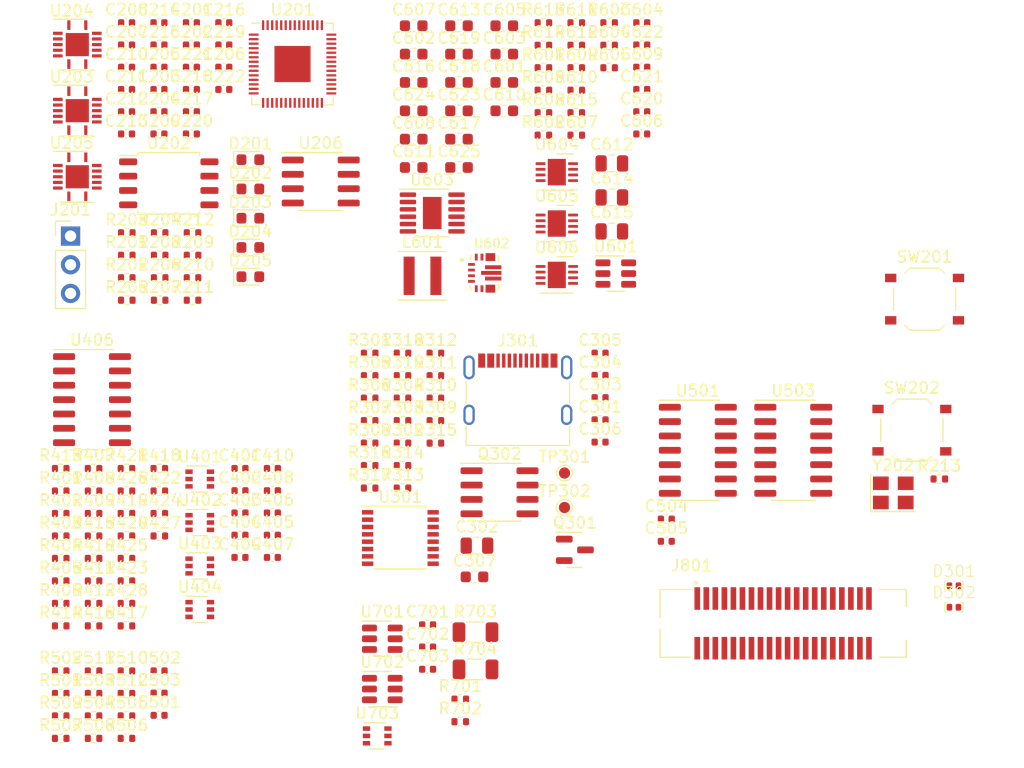
<source format=kicad_pcb>
(kicad_pcb (version 20231212) (generator "pcbnew") (generator_version "7.99")
  (layers (0 "F.Cu" signal) (31 "B.Cu" signal) (34 "B.Paste" user) (35 "F.Paste" user) (36 "B.SilkS" user "B.Silkscreen") (37 "F.SilkS" user "F.Silkscreen") (38 "B.Mask" user) (39 "F.Mask" user) (44 "Edge.Cuts" user))
  (net 0 "")
  (net 1 "/usb/USB_VREF")
  (net 2 "GND")
  (net 3 "Net-(U201-XIN)")
  (net 4 "Net-(U201-XOUT)")
  (net 5 "Net-(J301-SHIELD)")
  (net 6 "+3.3VP")
  (net 7 "/usb/VBUS_EN")
  (net 8 "Net-(D301-A2)")
  (net 9 "Net-(D302-A2)")
  (net 10 "+1V1")
  (net 11 "Net-(U301-PDLDO)")
  (net 12 "Net-(U301-VDD)")
  (net 13 "Net-(C405-Pad1)")
  (net 14 "Net-(C406-Pad1)")
  (net 15 "-6V")
  (net 16 "VPP")
  (net 17 "/ext_conn/VSS_EXT")
  (net 18 "Net-(C202-Pad2)")
  (net 19 "Net-(U601-C1+)")
  (net 20 "VDD")
  (net 21 "Net-(U601-C1-)")
  (net 22 "Net-(U602-VAUX)")
  (net 23 "VIO_EXT")
  (net 24 "/mcu/ADC_TELEM0")
  (net 25 "/mcu/ADC_TELEM1")
  (net 26 "+3VA")
  (net 27 "Net-(U604-SS)")
  (net 28 "VSS")
  (net 29 "/dac/DAC_VSS")
  (net 30 "Net-(U605-SS)")
  (net 31 "Net-(U606-SS)")
  (net 32 "Net-(U701-CT)")
  (net 33 "Net-(U702-CT)")
  (net 34 "/dac/DAC_VDD")
  (net 35 "Vusb")
  (net 36 "Net-(U703-REF)")
  (net 37 "Net-(D201-K)")
  (net 38 "Net-(D202-K)")
  (net 39 "/mcu/3V3_SW_EN")
  (net 40 "/mcu/VDD_SW_EN")
  (net 41 "Net-(D203-K)")
  (net 42 "/mcu/VSS_SW_EN")
  (net 43 "Net-(D204-K)")
  (net 44 "Net-(D205-K)")
  (net 45 "/mcu/USER_LED")
  (net 46 "/usb/USB_D+")
  (net 47 "Net-(J201-Pin_1)")
  (net 48 "Net-(J201-Pin_2)")
  (net 49 "/usb/USB_D-")
  (net 50 "Net-(J301-VBUS-PadA4)")
  (net 51 "Net-(J301-SBU1)")
  (net 52 "Net-(J301-SBU2)")
  (net 53 "Net-(U602-L1)")
  (net 54 "Net-(U602-L2)")
  (net 55 "Net-(Q301-D)")
  (net 56 "Net-(Q302-G)")
  (net 57 "Net-(U201-USB_DP)")
  (net 58 "Net-(U201-USB_DM)")
  (net 59 "Net-(U201-RUN)")
  (net 60 "Net-(R204-Pad1)")
  (net 61 "Net-(U301-CC1)")
  (net 62 "Net-(U301-CC2)")
  (net 63 "Net-(U301-UP_D-)")
  (net 64 "Net-(U301-ADC_D-)")
  (net 65 "Net-(U301-QC_EN-)")
  (net 66 "Net-(U301-DOWN_D+)")
  (net 67 "Net-(U301-QC_EN+)")
  (net 68 "Net-(U301-EN_D)")
  (net 69 "Net-(U301-Vcon0)")
  (net 70 "Net-(U301-Vcon1)")
  (net 71 "/mcu/QSPI_SS")
  (net 72 "Net-(U301-Vcon2)")
  (net 73 "Net-(U401-DIN)")
  (net 74 "Net-(U401-SCLK)")
  (net 75 "Net-(U401-~{SYNC})")
  (net 76 "Net-(U402-DIN)")
  (net 77 "/dac/DAC_DIN")
  (net 78 "/dac/DAC_SCLK")
  (net 79 "Net-(U402-SCLK)")
  (net 80 "/dac/DAC_VSS_~{SYNC}")
  (net 81 "Net-(U402-~{SYNC})")
  (net 82 "Net-(U403-DIN)")
  (net 83 "Net-(U403-SCLK)")
  (net 84 "/dac/DAC_VDD_~{SYNC}")
  (net 85 "Net-(U403-~{SYNC})")
  (net 86 "Net-(U404-DIN)")
  (net 87 "Net-(U404-SCLK)")
  (net 88 "Net-(U404-~{SYNC})")
  (net 89 "/dac/DAC_VT1_~{SYNC}")
  (net 90 "Net-(U406A--)")
  (net 91 "Net-(U401-VOUT)")
  (net 92 "Net-(U402-VOUT)")
  (net 93 "Net-(U403-VOUT)")
  (net 94 "Net-(U501A-+)")
  (net 95 "Net-(U501C-+)")
  (net 96 "/dac/DAC_VT2_~{SYNC}")
  (net 97 "Net-(U404-VOUT)")
  (net 98 "Net-(R421-Pad2)")
  (net 99 "Net-(U501B-+)")
  (net 100 "Net-(U501C--)")
  (net 101 "Net-(R424-Pad2)")
  (net 102 "/ext_conn/3V3_SWITCHED")
  (net 103 "/ext_conn/VDD_SWITCHED")
  (net 104 "/mcu/SCL")
  (net 105 "/mcu/SDA")
  (net 106 "/ext_conn/EXT_TELEM0")
  (net 107 "Net-(R425-Pad2)")
  (net 108 "/telemetry/Vref_telem")
  (net 109 "Net-(U406B-+)")
  (net 110 "Net-(U406C-+)")
  (net 111 "Net-(U406B--)")
  (net 112 "/ext_conn/EXT_TELEM1")
  (net 113 "Net-(U406C--)")
  (net 114 "Net-(R509-Pad2)")
  (net 115 "Net-(R510-Pad2)")
  (net 116 "Net-(U602-EN)")
  (net 117 "Net-(U602-FB)")
  (net 118 "Net-(U602-FB2)")
  (net 119 "Net-(U603-ILIM)")
  (net 120 "/dac/DAC_VT2")
  (net 121 "Net-(U602-PG)")
  (net 122 "Net-(U604-SENSE)")
  (net 123 "/dac/DAC_VT1")
  (net 124 "Net-(U605-SENSE)")
  (net 125 "Net-(U606-SENSE)")
  (net 126 "Net-(U701-VOUT)")
  (net 127 "Net-(U701-QOD)")
  (net 128 "Net-(U702-QOD)")
  (net 129 "Net-(U201-GPIO16)")
  (net 130 "Net-(U201-GPIO21)")
  (net 131 "/mcu/QSPI_SD2")
  (net 132 "Net-(U201-GPIO15)")
  (net 133 "Net-(U201-GPIO13)")
  (net 134 "/mcu/QSPI_SD0")
  (net 135 "Net-(U201-GPIO20)")
  (net 136 "Net-(U201-GPIO12)")
  (net 137 "/load switch/CURRENT_SENSE")
  (net 138 "/ext_conn/EXT_SPI_RX")
  (net 139 "/mcu/QSPI_CLK")
  (net 140 "/mcu/QSPI_SD3")
  (net 141 "/mcu/QSPI_SD1")
  (net 142 "/mcu/VPP_SEL")
  (net 143 "Net-(U201-GPIO17)")
  (net 144 "Net-(U201-GPIO22)")
  (net 145 "Net-(U201-GPIO19)")
  (net 146 "/ext_conn/EXT_SPI_CSn")
  (net 147 "Net-(U201-GPIO14)")
  (net 148 "Net-(U201-GPIO23)")
  (net 149 "Net-(U201-GPIO18)")
  (net 150 "/ext_conn/EXT_PIO_2")
  (net 152 "/ext_conn/EXT_PIO_3")
  (net 153 "/ext_conn/EXT_PIO_1")
  (net 155 "/ext_conn/EXT_PIO_4")
  (net 156 "/ext_conn/EXT_SPI_TX")
  (net 157 "/ext_conn/EXT_UART0_RX")
  (net 159 "/ext_conn/EXT_SPI_SCK")
  (net 160 "/ext_conn/EXT_UART0_TX")
  (net 163 "/ext_conn/EXT_PIO_5")
  (net 164 "/ext_conn/EXT_PIO_7")
  (net 165 "/ext_conn/EXT_PIO_6")
  (net 167 "/ext_conn/EXT_PIO_8")
  (net 170 "Net-(U501B--)")
  (net 171 "Net-(U406D--)")
  (net 172 "Net-(U501D--)")
  (footprint "Capacitor_SMD:C_0603_1608Metric" (layer "F.Cu") (at 87.8625 62.67)
    (property "Reference" "C625")
    (property "Value" "10 uF")
  )
  (footprint "Resistor_SMD:R_0402_1005Metric" (layer "F.Cu") (at 58.4525 72.43)
    (property "Reference" "R202")
    (property "Value" "27.4")
  )
  (footprint "Capacitor_SMD:C_0603_1608Metric" (layer "F.Cu") (at 83.8525 52.63)
    (property "Reference" "C602")
    (property "Value" "4.7 uF")
  )
  (footprint "Resistor_SMD:R_0402_1005Metric" (layer "F.Cu") (at 52.6025 99.27)
    (property "Reference" "R405")
    (property "Value" "1k")
  )
  (footprint "Capacitor_SMD:C_0402_1005Metric" (layer "F.Cu") (at 64.1725 57.73)
    (property "Reference" "C217")
    (property "Value" "100 nF")
  )
  (footprint "Package_TO_SOT_SMD:SOT-23-6" (layer "F.Cu") (at 101.7425 72.06)
    (property "Reference" "U601")
    (property "Value" "LM2776")
  )
  (footprint "Resistor_SMD:R_0402_1005Metric" (layer "F.Cu") (at 95.3325 53.84)
    (property "Reference" "R601")
    (property "Value" "10k")
  )
  (footprint "Capacitor_SMD:C_0402_1005Metric" (layer "F.Cu") (at 85.0825 107.09)
    (property "Reference" "C703")
    (property "Value" "100 nF")
  )
  (footprint "LED_SMD:LED_0603_1608Metric" (layer "F.Cu") (at 69.3925 67.16)
    (property "Reference" "D203")
    (property "Value" "LED")
  )
  (footprint "Package_SO:SO-14_3.9x8.65mm_P1.27mm" (layer "F.Cu") (at 55.3725 83.22)
    (property "Reference" "U406")
    (property "Value" "LM324DT")
  )
  (footprint "Package_SO:SOIC-8_5.23x5.23mm_P1.27mm" (layer "F.Cu") (at 62.1725 64.07)
    (property "Reference" "U202")
    (property "Value" "W25Q128JVSIQ")
  )
  (footprint "Capacitor_SMD:C_0805_2012Metric" (layer "F.Cu") (at 89.4525 96.15)
    (property "Reference" "C302")
    (property "Value" "22 uF")
  )
  (footprint "TestPoint:TestPoint_Pad_D1.0mm" (layer "F.Cu") (at 97.2025 92.77)
    (property "Reference" "TP302")
    (property "Value" "SBU2")
  )
  (footprint "Resistor_SMD:R_0402_1005Metric" (layer "F.Cu") (at 95.3325 57.82)
    (property "Reference" "R608")
    (property "Value" "0")
  )
  (footprint "Resistor_SMD:R_0402_1005Metric" (layer "F.Cu") (at 58.4225 109.23)
    (property "Reference" "R512")
    (property "Value" "100")
  )
  (footprint "Resistor_SMD:R_0402_1005Metric" (layer "F.Cu") (at 58.4225 89.32)
    (property "Reference" "R421")
    (property "Value" "20k")
  )
  (footprint "Capacitor_SMD:C_0805_2012Metric" (layer "F.Cu") (at 101.3925 65.32)
    (property "Reference" "C614")
    (property "Value" "22 uF")
  )
  (footprint "Capacitor_SMD:C_0603_1608Metric" (layer "F.Cu") (at 87.8625 50.12)
    (property "Reference" "C613")
    (property "Value" "4.7 uF")
  )
  (footprint "Resistor_SMD:R_0402_1005Metric" (layer "F.Cu") (at 52.6025 93.3)
    (property "Reference" "R402")
    (property "Value" "1k")
  )
  (footprint "jtk_rf_footprints:DFN1006-2" (layer "F.Cu") (at 131.68 99.7)
    (property "Reference" "D301")
    (property "Value" "ESD9B5VL")
  )
  (footprint "Resistor_SMD:R_0402_1005Metric" (layer "F.Cu") (at 79.9525 89.06)
    (property "Reference" "R316")
    (property "Value" "10k")
  )
  (footprint "Resistor_SMD:R_0402_1005Metric" (layer "F.Cu") (at 79.9525 91.05)
    (property "Reference" "R317")
    (property "Value" "10k")
  )
  (footprint "Resistor_SMD:R_0402_1005Metric" (layer "F.Cu") (at 82.8625 83.09)
    (property "Reference" "R304")
    (property "Value" "10k")
  )
  (footprint "Capacitor_SMD:C_0402_1005Metric" (layer "F.Cu") (at 61.3125 111.17)
    (property "Reference" "C501")
    (property "Value" "1 uF")
  )
  (footprint "Resistor_SMD:R_0402_1005Metric" (layer "F.Cu") (at 64.2725 72.43)
    (property "Reference" "R210")
    (property "Value" "10k")
  )
  (footprint "snapeda:TE_5177986-1" (layer "F.Cu") (at 116.555 103.0262)
    (property "Reference" "J801")
    (property "Value" "Conn_02x20_Odd_Even")
  )
  (footprint "Resistor_SMD:R_0402_1005Metric" (layer "F.Cu") (at 52.6025 95.29)
    (property "Reference" "R403")
    (property "Value" "1k")
  )
  (footprint "Capacitor_SMD:C_0402_1005Metric" (layer "F.Cu") (at 64.1725 55.76)
    (property "Reference" "C218")
    (property "Value" "100 nF")
  )
  (footprint "Capacitor_SMD:C_0603_1608Metric" (layer "F.Cu") (at 83.8525 60.16)
    (property "Reference" "C608")
    (property "Value" "4.7 uF")
  )
  (footprint "Capacitor_SMD:C_0402_1005Metric" (layer "F.Cu") (at 100.3525 86.98)
    (property "Reference" "C306")
    (property "Value" "1 nF")
  )
  (footprint "Package_DFN_QFN:Texas_S-PVQFN-N14" (layer "F.Cu") (at 54.0725 63.49)
    (property "Reference" "U205")
    (property "Value" "TXB0104RGY")
  )
  (footprint "Resistor_SMD:R_0402_1005Metric" (layer "F.Cu") (at 61.3625 70.44)
    (property "Reference" "R208")
    (property "Value" "10k")
  )
  (footprint "Resistor_SMD:R_0402_1005Metric" (layer "F.Cu") (at 55.5125 103.25)
    (property "Reference" "R416")
    (property "Value" "1k")
  )
  (footprint "TestPoint:TestPoint_Pad_D1.0mm" (layer "F.Cu") (at 97.2025 89.72)
    (property "Reference" "TP301")
    (property "Value" "SBU1")
  )
  (footprint "Capacitor_SMD:C_0402_1005Metric" (layer "F.Cu") (at 85.0825 103.15)
    (property "Reference" "C701")
    (property "Value" "100 pF")
  )
  (footprint "Resistor_SMD:R_0402_1005Metric" (layer "F.Cu") (at 55.5125 113.21)
    (property "Reference" "R508")
    (property "Value" "15k")
  )
  (footprint "Capacitor_SMD:C_0402_1005Metric" (layer "F.Cu") (at 64.1725 53.79)
    (property "Reference" "C221")
    (property "Value" "100 nF")
  )
  (footprint "Resistor_SMD:R_0402_1005Metric" (layer "F.Cu") (at 79.9525 87.07)
    (property "Reference" "R308")
    (property "Value" "100")
  )
  (footprint "Capacitor_SMD:C_0402_1005Metric" (layer "F.Cu") (at 61.3025 59.7)
    (property "Reference" "C209")
    (property "Value" "100 nF")
  )
  (footprint "Capacitor_SMD:C_0402_1005Metric" (layer "F.Cu") (at 64.1725 49.85)
    (property "Reference" "C201")
    (property "Value" "20 pF")
  )
  (footprint "Capacitor_SMD:C_0402_1005Metric" (layer "F.Cu") (at 68.4725 91.28)
    (property "Reference" "C402")
    (property "Value" "1 uF")
  )
  (footprint "Capacitor_SMD:C_0603_1608Metric" (layer "F.Cu") (at 87.8625 57.65)
    (property "Reference" "C623")
    (property "Value" "10 uF")
  )
  (footprint "Capacitor_SMD:C_0402_1005Metric" (layer "F.Cu") (at 61.3125 109.2)
    (property "Reference" "C503")
    (property "Value" "DNI")
  )
  (footprint "Capacitor_SMD:C_0402_1005Metric" (layer "F.Cu") (at 61.3025 51.82)
    (property "Reference" "C215")
    (property "Value" "100 nF")
  )
  (footprint "LED_SMD:LED_0603_1608Metric" (layer "F.Cu") (at 69.3925 61.98)
    (property "Reference" "D201")
    (property "Value" "LED")
  )
  (footprint "Resistor_SMD:R_0402_1005Metric" (layer "F.Cu") (at 98.2425 49.86)
    (property "Reference" "R611")
    (property "Value" "39k")
  )
  (footprint "Resistor_SMD:R_0402_1005Metric" (layer "F.Cu") (at 52.6025 91.31)
    (property "Reference" "R401")
    (property "Value" "1k")
  )
  (footprint "Resistor_SMD:R_0402_1005Metric" (layer "F.Cu") (at 82.8625 79.11)
    (property "Reference" "R318")
    (property "Value" "10k")
  )
  (footprint "Resistor_SMD:R_0402_1005Metric" (layer "F.Cu") (at 58.4225 107.24)
    (property "Reference" "R510")
    (property "Value" "36k")
  )
  (footprint "Capacitor_SMD:C_0603_1608Metric" (layer "F.Cu") (at 91.8725 50.12)
    (property "Reference" "C605")
    (property "Value" "10 uF")
  )
  (footprint "Package_SO:MSOP-12-1EP_3x4mm_P0.65mm_EP1.65x2.85mm" (layer "F.Cu") (at 85.4925 66.7)
    (property "Reference" "U603")
    (property "Value" "LT3094xMSE")
  )
  (footprint "Resistor_SMD:R_0402_1005Metric" (layer "F.Cu") (at 55.5125 91.31)
    (property "Reference" "R408")
    (property "Value" "1k")
  )
  (footprint "Package_DFN_QFN:Texas_S-PVQFN-N14" (layer "F.Cu") (at 54.0725 51.79)
    (property "Reference" "U204")
    (property "Value" "TXB0104RGY")
  )
  (footprint "Resistor_SMD:R_0402_1005Metric" (layer "F.Cu") (at 52.6025 111.22)
    (property "Reference" "R509")
    (property "Value" "36k")
  )
  (footprint "Resistor_SMD:R_0402_1005Metric" (layer "F.Cu") (at 61.3625 74.42)
    (property "Reference" "R207")
    (property "Value" "10k")
  )
  (footprint "Capacitor_SMD:C_0402_1005Metric" (layer "F.Cu") (at 61.3025 49.85)
    (property "Reference" "C214")
    (property "Value" "100 nF")
  )
  (footprint "Resistor_SMD:R_0402_1005Metric" (layer "F.Cu") (at 64.2725 68.45)
    (property "Reference" "R212")
    (property "Value" "10k")
  )
  (footprint "Resistor_SMD:R_0402_1005Metric" (layer "F.Cu") (at 64.2725 70.44)
    (property "Reference" "R209")
    (property "Value" "10k")
  )
  (footprint "Capacitor_SMD:C_0402_1005Metric" (layer "F.Cu") (at 58.4325 53.79)
    (property "Reference" "C210")
    (property "Value" "100 nF")
  )
  (footprint "Capacitor_SMD:C_0402_1005Metric" (layer "F.Cu") (at 85.0825 105.12)
    (property "Reference" "C702")
    (property "Value" "100 pF")
  )
  (footprint "Capacitor_SMD:C_0603_1608Metric" (layer "F.Cu") (at 87.8625 52.63)
    (property "Reference" "C619")
    (property "Value" "4.7 uF")
  )
  (footprint "Capacitor_SMD:C_0402_1005Metric" (layer "F.Cu") (at 58.4325 49.85)
    (property "Reference" "C208")
    (property "Value" "1 uF")
  )
  (footprint "Resistor_SMD:R_0402_1005Metric" (layer "F.Cu") (at 52.6025 89.32)
    (property "Reference" "R413")
    (property "Value" "20k")
  )
  (footprint "Resistor_SMD:R_0402_1005Metric" (layer "F.Cu") (at 82.8625 87.07)
    (property "Reference" "R302")
    (property "Value" "10k")
  )
  (footprint "Resistor_SMD:R_0402_1005Metric" (layer "F.Cu") (at 98.2425 51.85)
    (property "Reference" "R612")
    (property "Value" "22k")
  )
  (footprint "Capacitor_SMD:C_0603_1608Metric" (layer "F.Cu") (at 87.8625 60.16)
    (property "Reference" "C617")
    (property "Value" "4.7 uF")
  )
  (footprint "Package_SO:SO-14_3.9x8.65mm_P1.27mm" (layer "F.Cu") (at 109.005 87.705)
    (property "Reference" "U501")
    (property "Value" "LM324DT")
  )
  (footprint "Resistor_SMD:R_0402_1005Metric" (layer "F.Cu") (at 95.3325 59.81)
    (property "Reference" "R602")
    (property "Value" "30k")
  )
  (footprint "Resistor_SMD:R_0402_1005Metric" (layer "F.Cu") (at 79.9525 83.09)
    (property "Reference" "R306")
    (property "Value" "4.99k")
  )
  (footprint "Resistor_SMD:R_0402_1005Metric" (layer "F.Cu") (at 55.5125 97.28)
    (property "Reference" "R410")
    (property "Value" "1k")
  )
  (footprint "Connector_PinHeader_2.54mm:PinHeader_1x03_P2.54mm_Vertical" (layer "F.Cu") (at 53.4725 68.74)
    (property "Reference" "J201")
    (property "Value" "Conn_01x03_Pin")
  )
  (footprint "Resistor_SMD:R_0402_1005Metric" (layer "F.Cu") (at 58.4225 91.31)
    (property "Reference" "R426")
    (property "Value" "0")
  )
  (footprint "Resistor_SMD:R_0402_1005Metric" (layer "F.Cu") (at 98.2425 57.82)
    (property "Reference" "R615")
    (property "Value" "39k")
  )
  (footprint "Capacitor_SMD:C_0402_1005Metric" (layer "F.Cu") (at 71.3425 89.31)
    (property "Reference" "C410")
    (property "Value" "1 uF")
  )
  (footprint "Resistor_SMD:R_0402_1005Metric" (layer "F.Cu") (at 52.6025 113.21)
    (property "Reference" "R507")
    (property "Value" "15k")
  )
  (footprint "Capacitor_SMD:C_0402_1005Metric" (layer "F.Cu") (at 104.0425 49.85)
    (property "Reference" "C604")
    (property "Value" "1 uF")
  )
  (footprint "Resistor_SMD:R_0402_1005Metric" (layer "F.Cu") (at 55.5125 95.29)
    (property "Reference" "R415")
    (property "Value" "1k")
  )
  (footprint "Resistor_SMD:R_0402_1005Metric" (layer "F.Cu") (at 55.5125 101.26)
    (property "Reference" "R412")
    (property "Value" "1k")
  )
  (footprint "Capacitor_SMD:C_0402_1005Metric" (layer "F.Cu") (at 104.0425 57.73)
    (property "Reference" "C620")
    (property "Value" "100 nF")
  )
  (footprint "Resistor_SMD:R_0402_1005Metric" (layer "F.Cu") (at 98.2425 53.84)
    (property "Reference" "R609")
    (property "Value" "39k")
  )
  (footprint "Resistor_SMD:R_0402_1005Metric" (layer "F.Cu") (at 85.7725 85.08)
    (property "Reference" "R309")
    (property "Value" "1k")
  )
  (footprint "Package_TO_SOT_SMD:SOT-23-6" (layer "F.Cu") (at 81.0725 104.39)
    (property "Reference" "U701")
    (property "Value" "TPS22917DBV")
  )
  (footprint "Package_CSP:LFCSP-8-1EP_3x3mm_P0.5mm_EP1.6x2.34mm" (layer "F.Cu") (at 96.5225 72.18)
    (property "Reference" "U606")
    (property "Value" "ADM7172")
  )
  (footprint "Resistor_SMD:R_0402_1005Metric" (layer "F.Cu") (at 82.8625 91.05)
    (property "Reference" "R313")
    (property "Value" "2k")
  )
  (footprint "Package_CSP:LFCSP-8-1EP_3x3mm_P0.5mm_EP1.6x2.34mm" (layer "F.Cu") (at 96.5225 63.08)
    (property "Reference" "U604")
    (property "Value" "ADM7172")
  )
  (footprint "Capacitor_SMD:C_0603_1608Metric" (layer "F.Cu") (at 91.8725 57.65)
    (property "Reference" "C610")
    (property "Value" "10 uF")
  )
  (footprint "Package_DFN_QFN:QFN-56-1EP_7x7mm_P0.4mm_EP3.2x3.2mm" (layer "F.Cu") (at 73.1225 53.51)
    (property "Reference" "U201")
    (property "Value" "RP2040")
  )
  (footprint "Capacitor_SMD:C_0402_1005Metric" (layer "F.Cu") (at 71.3425 93.25)
    (property "Reference" "C406")
    (property "Value" "1 nF")
  )
  (footprint "Package_TO_SOT_SMD:SOT-363_SC-70-6" (layer "F.Cu") (at 64.9125 97.95)
    (property "Reference" "U403")
    (property "Value" "DAC5311IDCKR")
  )
  (footprint "Button_Switch_SMD:SW_Push_1P1T_XKB_TS-1187A" (layer "F.Cu") (at 127.955 85.925)
    (property "Reference" "SW202")
    (property "Value" "SW_Push")
  )
  (footprint "Resistor_SMD:R_0402_1005Metric" (layer "F.Cu") (at 52.6025 109.23)
    (property "Reference" "R501")
    (property "Value" "6.8k")
  )
  (footprint "Resistor_SMD:R_0402_1005Metric" (layer "F.Cu") (at 55.5125 93.3)
    (property "Reference" "R409")
    (property "Value" "1k")
  )
  (footprint "Resistor_SMD:R_0402_1005Metric" (layer "F.Cu") (at 101.1525 51.85)
    (property "Reference" "R604")
    (property "Value" "150k")
  )
  (footprint "Capacitor_SMD:C_0402_1005Metric" (layer "F.Cu") (at 68.4725 93.25)
    (property "Reference" "C403")
    (property "Value" "1 uF")
  )
  (footprint "Capacitor_SMD:C_0603_1608Metric" (layer "F.Cu") (at 83.8525 55.14)
    (property "Reference" "C616")
    (property "Value" "4.7 uF")
  )
  (footprint "Connector_USB:USB_C_Receptacle_G-Switch_GT-USB-7010ASV" (layer "F.Cu") (at 93.0725 83.49)
    (property "Reference" "J301")
    (property "Value" "USB_C_Receptacle_USB2.0")
  )
  (footprint "Resistor_SMD:R_0402_1005Metric" (layer "F.Cu") (at 85.7725 87.07)
    (property "Reference" "R315")
    (property "Value" "0")
  )
  (footprint "Capacitor_SMD:C_0402_1005Metric" (layer "F.Cu") (at 106.215 93.795)
    (property "Reference" "C504")
    (property "Value" "1 uF")
  )
  (footprint "jtk_rf_footprints:DFN1006-2" (layer "F.Cu") (at 131.68 101.6)
    (property "Reference" "D302")
    (property "Value" "ESD9B5VL")
  )
  (footprint "Resistor_SMD:R_0402_1005Metric" (layer "F.Cu") (at 87.9725 111.73)
    (property "Reference" "R702")
    (property "Value" "0")
  )
  (footprint "Capacitor_SMD:C_0402_1005Metric" (layer "F.Cu") (at 106.215 95.765)
    (property "Reference" "C505")
    (property "Value" "1 uF")
  )
  (footprint "Resistor_SMD:R_0402_1005Metric" (layer "F.Cu") (at 87.9725 109.74)
    (property "Reference" "R701")
    (property "Value" "0")
  )
  (footprint "LED_SMD:LED_0603_1608Metric" (layer "F.Cu") (at 69.3925 69.75)
    (property "Reference" "D204")
    (property "Value" "LED")
  )
  (footprint "Crystal:Crystal_SMD_3225-4Pin_3.2x2.5mm" (layer "F.Cu") (at 126.305 91.475)
    (property "Reference" "Y202")
    (property "Value" "    XL2EL89COI-111YLC-12M")
  )
  (footprint "Capacitor_SMD:C_0402_1005Metric" (layer "F.Cu") (at 100.3525 85.01)
    (property "Reference" "C301")
    (property "Value" "220 pF")
  )
  (footprint "Capacitor_SMD:C_0402_1005Metric" (layer "F.Cu") (at 67.0425 53.79)
    (property "Reference" "C206")
    (property "Value" "100 nF")
  )
  (footprint "Capacitor_SMD:C_0402_1005Metric" (layer "F.Cu") (at 64.1725 59.7)
    (property "Reference" "C220")
    (property "Value" "100 nF")
  )
  (footprint "Capacitor_SMD:C_0402_1005Metric" (layer "F.Cu") (at 71.3425 97.19)
    (property "Reference" "C407")
    (property "Value" "DNI")
  )
  (footprint "Capacitor_SMD:C_0805_2012Metric" (layer "F.Cu") (at 101.3925 68.33)
    (property "Reference" "C615")
    (property "Value" "22 uF")
  )
  (footprint "Capacitor_SMD:C_0402_1005Metric" (layer "F.Cu") (at 61.3025 55.76)
    (property "Reference" "C203")
    (property "Value" "100 nF")
  )
  (footprint "Capacitor_SMD:C_0402_1005Metric" (layer "F.Cu") (at 68.4725 89.31)
    (property "Reference" "C401")
    (property "Value" "1 uF")
  )
  (footprint "Capacitor_SMD:C_0603_1608Metric" (layer "F.Cu") (at 91.8725 55.14)
    (property "Reference" "C601")
    (property "Value" "10 uF")
  )
  (footprint "Resistor_SMD:R_0402_1005Metric" (layer "F.Cu") (at 98.2425 55.83)
    (property "Reference" "R610")
    (property "Value" "39k")
  )
  (footprint "Package_TO_SOT_SMD:SOT-23-6" (layer "F.Cu") (at 81.0725 108.84)
    (property "Reference" "U702")
    (property "Value" "TPS22917DBV")
  )
  (footprint "Resistor_SMD:R_1206_3216Metric" (layer "F.Cu") (at 89.3225 103.81)
    (property "Reference" "R703")
    (property "Value" "0.05")
  )
  (footprint "Capacitor_SMD:C_0402_1005Metric" (layer "F.Cu") (at 100.3525 81.07)
    (property "Reference" "C304")
    (property "Value" "220 pF")
  )
  (footprint "LED_SMD:LED_0603_1608Metric" (layer "F.Cu") (at 69.3925 64.57)
    (property "Reference" "D202")
    (property "Value" "LED")
  )
  (footprint "Capacitor_SMD:C_0402_1005Metric" (layer "F.Cu") (at 64.1725 51.82)
    (property "Reference" "C202")
    (property "Value" "20 pF")
  )
  (footprint "Capacitor_SMD:C_0603_1608Metric" (layer "F.Cu") (at 83.8525 50.12)
    (property "Reference" "C607")
    (property "Value" "4.7 uF")
  )
  (footprint "Resistor_SMD:R_0402_1005Metric" (layer "F.Cu") (at 61.3625 68.45)
    (property "Reference" "R204")
    (property "Value" "1k")
  )
  (footprint "Resistor_SMD:R_0402_1005Metric" (layer "F.Cu") (at 79.9525 79.11)
    (property "Reference" "R301")
    (property "Value" "0")
  )
  (footprint "Resistor_SMD:R_0402_1005Metric" (layer "F.Cu") (at 61.3325 95.29)
    (property "Reference" "R427")
    (property "Value" "3")
  )
  (footprint "Capacitor_SMD:C_0402_1005Metric" (layer "F.Cu") (at 58.4325 59.7)
    (property "Reference" "C213")
    (property "Value" "100 nF")
  )
  (footprint "Button_Switch_SMD:SW_Push_1P1T_XKB_TS-1187A" (layer "F.Cu") (at 129.08 74.325)
    (property "Reference" "SW201")
    (property "Value" "SW_Push")
  )
  (footprint "Resistor_SMD:R_0402_1005Metric" (layer "F.Cu") (at 95.3325 55.83)
    (property "Reference" "R606")
    (property "Value" "20k")
  )
  (footprint "Capacitor_SMD:C_0402_1005Metric" (layer "F.Cu") (at 100.3525 79.1)
    (property "Reference" "C305")
    (property "Value" "100 nF")
  )
  (footprint "Package_SO:SSOP-16_4.4x5.2mm_P0.65mm" (layer "F.Cu") (at 82.6725 95.47)
    (property "Reference" "U301")
    (property "Value" "LDR6321")
  )
  (footprint "Capacitor_SMD:C_0402_1005Metric" (layer "F.Cu") (at 104.0425 53.79)
    (property "Reference" "C609")
    (property "Value" "1 uF")
  )
  (footprint "Package_DFN_QFN:Texas_S-PVQFN-N14" (layer "F.Cu") (at 54.0725 57.64)
    (property "Reference" "U203")
    (property "Value" "TXB0104RGY")
  )
  (footprint "Capacitor_SMD:C_0402_1005Metric" (layer "F.Cu") (at 61.3125 107.23)
    (property "Reference" "C502")
    (property "Value" "DNI")
  )
  (footprint "Resistor_SMD:R_0402_1005Metric" (layer "F.Cu") (at 58.4525 68.45)
    (property "Reference" "R203")
    (property "Value" "10k")
  )
  (footprint "Resistor_SMD:R_0402_1005Metric" (layer "F.Cu") (at 58.4225 95.29)
    (property "Reference" "R420")
    (property "Value" "1.5k")
  )
  (footprint "Capacitor_SMD:C_0402_1005Metric" (layer "F.Cu") (at 58.4325 55.76)
    (property "Reference" "C211")
    (property "Value" "100 nF")
  )
  (footprint "Capacitor_SMD:C_0402_1005Metric" (layer "F.Cu") (at 67.0425 49.85)
    (property "Reference" "C216")
    (property "Value" "100 nF")
  )
  (footprint "Capacitor_SMD:C_0402_1005Metric" (layer "F.Cu") (at 100.3525 83.04)
    (property "Reference" "C303")
    (property "Value" "220 pF")
  )
  (footprint "Inductor_SMD:L_Coilcraft_XxL4020" (layer "F.Cu") (at 84.6325 72.26)
    (property "Reference" "L601")
    (property "Value" "1.5 uH")
  )
  (footprint "Capacitor_SMD:C_0402_1005Metric" (layer "F.Cu") (at 61.3025 57.73)
    (property "Reference" "C204")
    (property "Value" "100 nF")
  )
  (footprint "Resistor_SMD:R_0402_1005Metric" (layer "F.Cu") (at 58.4225 101.26)
    (property "Reference" "R428")
    (property "Value" "3")
  )
  (footprint "Package_TO_SOT_SMD:SOT-363_SC-70-6" (layer "F.Cu") (at 64.9125 90.25)
    (property "Reference" "U401")
    (property "Value" "DAC5311IDCKR")
  )
  (footprint "Resistor_SMD:R_0402_1005Metric" (layer "F.Cu") (at 55.5125 111.22)
    (property "Reference" "R504")
    (property "Value" "30k")
  )
  (footprint "Resistor_SMD:R_0402_1005Metric" (layer "F.Cu") (at 101.1525 49.86)
    (property "Reference" "R603")
    (property "Value" "470k")
  )
  (footprint "Resistor_SMD:R_0402_1005Metric" (layer "F.Cu") (at 130.385 90.245)
    (property "Reference" "R213")
    (property "Value" "0")
  )
  (footprint "Capacitor_SMD:C_0402_1005Metric" (layer "F.Cu") (at 68.4725 95.22)
    (property "Reference" "C404")
    (property "Value" "1 uF")
  )
  (footprint "Capacitor_SMD:C_0402_1005Metric" (layer "F.Cu") (at 61.3025 53.79)
    (property "Reference" "C205")
    (property "Value" "1 uF")
  )
  (footprint "Capacitor_SMD:C_0402_1005Metric" (layer "F.Cu") (at 104.0425 59.7)
    (property "Reference" "C606")
    (property "Value" "100 nF")
  )
  (footprint "Capacitor_SMD:C_0402_1005Metric" (layer "F.Cu") (at 104.0425 55.76)
    (property "Reference" "C621")
    (property "Value" "100 nF")
  )
  (footprint "Capacitor_SMD:C_0402_1005Metric" (layer "F.Cu") (at 67.0425 51.82)
    (property "Reference" "C219")
    (property "Value" "100 nF")
  )
  (footprint "Resistor_SMD:R_0402_1005Metric" (layer "F.Cu") (at 82.8625 81.1)
    (property "Reference" "R319")
    (property "Value" "10k")
  )
  (footprint "Capacitor_SMD:C_0402_1005Metric" (layer "F.Cu") (at 68.4725 97.19)
    (property "Reference" "C409")
    (property "Value" "1 uF")
  )
  (footprint "Resistor_SMD:R_0402_1005Metric" (layer "F.Cu") (at 58.4225 113.21)
    (property "Reference" "R506")
    (property "Value" "15k")
  )
  (footprint "Package_TO_SOT_SMD:SOT-23" (layer "F.Cu") (at 98.1225 96.52)
    (property "Reference" "Q301")
    (property "Value" "AO3400A")
  )
  (footprint "Resistor_SMD:R_0402_1005Metric" (layer "F.Cu") (at 61.3325 91.31)
    (property "Reference" "R422")
    (property "Value" "14k")
  )
  (footprint "Resistor_SMD:R_0402_1005Metric" (layer "F.Cu") (at 52.6025 97.28)
    (property "Reference" "R404")
    (property "Value" "1k")
  )
  (footprint "Resistor_SMD:R_0402_1005Metric" (layer "F.Cu") (at 52.6025 103.25)
    (property "Reference" "R414")
    (property "Value" "1k")
  )
  (footprint "Capacitor_SMD:C_0603_1608Metric" (layer "F.Cu") (at 83.8525 57.65)
    (property "Reference" "C624")
    (property "Value" "10 uF")
  )
  (footprint "Resistor_SMD:R_0402_1005Metric" (layer "F.Cu") (at 58.4525 70.44)
    (property "Reference" "R201")
    (property "Value" "27.4")
  )
  (footprint "Resistor_SMD:R_0402_1005Metric" (layer "F.Cu") (at 82.8625 89.06)
    (property "Reference" "R314")
    (property "Value" "1k")
  )
  (footprint "Resistor_SMD:R_0402_1005Metric" (layer "F.Cu") (at 61.3625 72.43)
    (property "Reference" "R206")
    (property "Value" "10k")
  )
  (footprint "Capacitor_SMD:C_0402_1005Metric" (layer "F.Cu") (at 58.4325 57.73)
    (property "Reference" "C212")
    (property "Value" "100 nF")
  )
  (footprint "Resistor_SMD:R_0402_1005Metric" (layer "F.Cu") (at 79.9525 85.08)
    (property "Reference" "R307")
    (property "Value" "100")
  )
  (footprint "Package_CSP:LFCSP-8-1EP_3x3mm_P0.5mm_EP1.6x2.34mm" (layer "F.Cu") (at 96.5225 67.63)
    (property "Reference" "U605")
    (property "Value" "ADM7172")
  )
  (footprint "Resistor_SMD:R_0402_1005Metric" (layer "F.Cu") (at 85.7725 83.09)
    (property "Reference" "R310")
    (property "Value" "13k")
  )
  (footprint "Resistor_SMD:R_0402_1005Metric" (layer "F.Cu") (at 55.5125 109.23)
    (property "Reference" "R503")
    (property "Value" "6.8k")
  )
  (footprint "Resistor_SMD:R_0402_1005Metric" (layer "F.Cu") (at 58.4225 99.27)
    (property "Reference" "R423")
    (property "Value" "14k")
  )
  (footprint "Resistor_SMD:R_0402_1005Metric" (layer "F.Cu") (at 52.6025 101.26)
    (property "Reference" "R406")
    (property "Value" "1k")
  )
  (footprint "Capacitor_SMD:C_0402_1005Metric" (layer "F.Cu") (at 104.0425 51.82)
    (property "Reference" "C622")
    (property "Value" "100 nF")
  )
  (footprint "Package_TO_SOT_SMD:SOT-363_SC-70-6" (layer "F.Cu") (at 64.9125 94.1)
    (property "Reference" "U402")
    (property "Value" "DAC5311IDCKR")
  )
  (footprint "Capacitor_SMD:C_0603_1608Metric" (layer "F.Cu") (at 83.8525 62.67)
    (property "Reference" "C611")
    (property "Value" "4.7 uF")
  )
  (footprint "Resistor_SMD:R_0402_1005Metric" (layer "F.Cu") (at 58.4225 103.25)
    (property "Reference" "R417")
    (property "Value" "1.8k")
  )
  (footprint "Package_TO_SOT_SMD:SOT-363_SC-70-6" (layer "F.Cu") (at 64.9125 101.8)
    (property "Reference" "U404")
    (property "Value" "DAC5311IDCKR")
  )
  (footprint "Resistor_SMD:R_0402_1005Metric" (layer "F.Cu") (at 58.4225 97.28)
    (property "Reference" "R425")
    (property "Value" "36k")
  )
  (footprint "Resistor_SMD:R_0402_1005Metric" (layer "F.Cu") (at 85.7725 81.1)
    (property "Reference" "R311")
    (property "Value" "2k")
  )
  (footprint "Package_TO_SOT_SMD:SOT-363_SC-70-6" (layer "F.Cu") (at 80.6225 112.99)
    (property "Reference" "U703")
    (property "Value" "INA199B1DCKR")
  )
  (footprint "Package_SO:SOIC-8_3.9x4.9mm_P1.27mm" (layer "F.Cu") (at 91.4525 91.42)
    (property "Reference" "Q302")
    (property "Value" "AO4407")
  )
  (footprint "Resistor_SMD:R_0402_1005Metric" (layer "F.Cu") (at 61.3325 93.3)
    (property "Reference" "R424")
    (property "Value" "36k")
  )
  (footprint "Capacitor_SMD:C_0603_1608Metric" (layer "F.Cu") (at 89.2325 98.91)
    (property "Reference" "C307")
    (property "Value" "22 uF")
  )
  (footprint "snapeda:VREG_TPS63070RNMR" (layer "F.Cu") (at 90.1175 72)
    (property "Reference" "U602")
    (property "Value" "TPS63070RNMT")
  )
  (footprint "Capacitor_SMD:C_0402_1005Metric" (layer "F.Cu") (at 67.0425 55.76)
    (property "Reference" "C222")
    (property "Value" "100 nF")
  )
  (footprint "Resistor_SMD:R_0402_1005Metric" (layer "F.Cu") (at 95.3325 51.85)
    (property "Reference" "R614")
    (property "Value" "22k")
  )
  (footprint "Resistor_SMD:R_0402_1005Metric" (layer "F.Cu") (at 64.2725 74.42)
    (property "Reference" "R211")
    (property "Value" "10k")
  )
  (footprint "Resistor_SMD:R_0402_1005Metric" (layer "F.Cu") (at 58.4525 74.42)
    (property "Reference" "R205")
    (property "Value" "10k")
  )
  (footprint "Resistor_SMD:R_1206_3216Metric" (layer "F.Cu") (at 89.3225 107.1)
    (property "Reference" "R704")
    (property "Value" "0")
  )
  (footprint "Resistor_SMD:R_0402_1005Metric" (layer "F.Cu") (at 55.5125 89.32)
    (property "Reference" "R407")
    (property "Value" "1k")
  )
  (footprint "Resistor_SMD:R_0402_1005Metric" (layer "F.Cu") (at 61.3325 89.32)
    (property "Reference" "R418")
    (property "Value" "1.5k")
  )
  (footprint "Capacitor_SMD:C_0603_1608Metric" (layer "F.Cu") (at 91.8725 52.63)
    (property "Reference" "C603")
    (property "Value" "10 uF")
  )
  (footprint "Resistor_SMD:R_0402_1005Metric" (layer "F.Cu") (at 95.3325 49.86)
    (property "Reference" "R613")
    (property "Value" "33k")
  )
  (footprint "Resistor_SMD:R_0402_1005Metric" (layer "F.Cu") (at 85.7725 79.11)
    (property "Reference" "R312")
    (property "Value" "13k")
  )
  (footprint "Capacitor_SMD:C_0402_1005Metric" (layer "F.Cu") (at 71.3425 95.22)
    (property "Reference" "C405")
    (property "Value" "1 nF")
  )
  (footprint "Capacitor_SMD:C_0402_1005Metric" (layer "F.Cu") (at 71.3425 91.28)
    (property "Reference" "C408")
    (property "Value" "DNI")
  )
  (footprint "Package_SO:SOIC-8_3.9x4.9mm_P1.27mm" (layer "F.Cu") (at 75.6225 63.91)
    (property "Reference" "U206")
    (property "Value" "M24C02-WMN")
  )
  (footprint "Resistor_SMD:R_0402_1005Metric" (layer "F.Cu") (at 58.4225 93.3)
    (property "Reference" "R419")
    (property "Value" "1.8k")
  )
  (footprint "Resistor_SMD:R_0402_1005Metric" (layer "F.Cu") (at 82.8625 85.08)
    (property "Reference" "R303")
    (property "Value" "10k")
  )
  (footprint "Capacitor_SMD:C_0805_2012Metric" (layer "F.Cu") (at 101.3925 62.31)
    (property "Reference" "C612")
    (property "Value" "22 uF")
  )
  (footprint "Resistor_SMD:R_0402_1005Metric" (layer "F.Cu") (at 98.2425 59.81)
    (property "Reference" "R607")
    (property "Value" "100k")
  )
  (footprint "LED_SMD:LED_0603_1608Metric" (layer "F.Cu") (at 69.3925 72.34)
    (property "Reference" "D205")
    (property "Value" "LED")
  )
  (footprint "Resistor_SMD:R_0402_1005Metric" (layer "F.Cu") (at 52.6025 107.24)
    (property "Reference" "R502")
    (property "Value" "30k")
  )
  (footprint "Package_SO:SO-14_3.9x8.65mm_P1.27mm" (layer "F.Cu") (at 117.455 87.705)
    (property "Reference" "U503")
    (property "Value" "LM324DT")
  )
  (footprint "Resistor_SMD:R_0402_1005Metric" (layer "F.Cu") (at 58.4225 111.22)
    (property "Reference" "R505")
    (property "Value" "15k")
  )
  (footprint "Resistor_SMD:R_0402_1005Metric" (layer "F.Cu") (at 55.5125 107.24)
    (property "Reference" "R511")
    (property "Value" "100")
  )
  (footprint "Resistor_SMD:R_0402_1005Metric" (layer "F.Cu") (at 101.1525 53.84)
    (property "Reference" "R605")
    (property "Value" "360k")
  )
  (footprint "Resistor_SMD:R_0402_1005Metric" (layer "F.Cu") (at 55.5125 99.27)
    (property "Reference" "R411")
    (property "Value" "1k")
  )
  (footprint "Capacitor_SMD:C_0402_1005Metric" (layer "F.Cu") (at 58.4325 51.82)
    (property "Reference" "C207")
    (property "Value" "100 nF")
  )
  (footprint "Capacitor_SMD:C_0603_1608Metric" (layer "F.Cu") (at 87.8625 55.14)
    (property "Reference" "C618")
    (property "Value" "4.7 uF")
  )
  (footprint "Resistor_SMD:R_0402_1005Metric" (layer "F.Cu") (at 79.9525 81.1)
    (property "Reference" "R305")
    (property "Value" "49.9k")
  )
)
</source>
